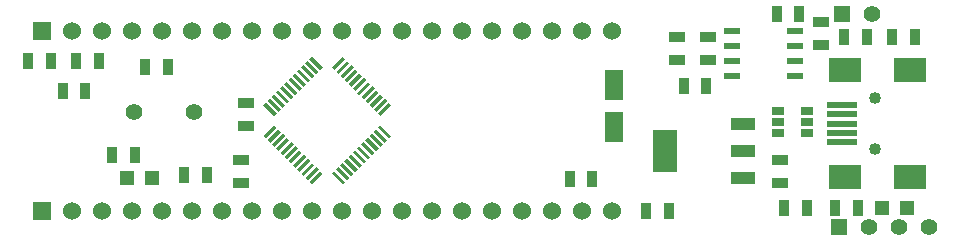
<source format=gts>
G04 (created by PCBNEW (2013-07-07 BZR 4022)-stable) date 08/01/2015 19:31:04*
%MOIN*%
G04 Gerber Fmt 3.4, Leading zero omitted, Abs format*
%FSLAX34Y34*%
G01*
G70*
G90*
G04 APERTURE LIST*
%ADD10C,0.00590551*%
%ADD11R,0.06X0.06*%
%ADD12C,0.06*%
%ADD13R,0.035X0.055*%
%ADD14R,0.055X0.035*%
%ADD15C,0.056*%
%ADD16R,0.08X0.144*%
%ADD17R,0.08X0.04*%
%ADD18R,0.0393701X0.0275591*%
%ADD19R,0.1X0.02*%
%ADD20R,0.11X0.0787402*%
%ADD21C,0.04*%
%ADD22R,0.0472X0.0472*%
%ADD23R,0.063X0.1024*%
%ADD24R,0.0551X0.0236*%
%ADD25R,0.055X0.055*%
%ADD26C,0.055*%
G04 APERTURE END LIST*
G54D10*
G54D11*
X44200Y-38000D03*
G54D12*
X49200Y-38000D03*
X50200Y-38000D03*
X51200Y-38000D03*
X52200Y-38000D03*
X53200Y-38000D03*
X54200Y-38000D03*
X55200Y-38000D03*
X56200Y-38000D03*
X57200Y-38000D03*
X58200Y-38000D03*
X59200Y-38000D03*
X60200Y-38000D03*
X61200Y-38000D03*
X62200Y-38000D03*
X45200Y-38000D03*
X46200Y-38000D03*
X47200Y-38000D03*
X48200Y-38000D03*
X63200Y-38000D03*
G54D11*
X44200Y-32000D03*
G54D12*
X49200Y-32000D03*
X50200Y-32000D03*
X51200Y-32000D03*
X52200Y-32000D03*
X53200Y-32000D03*
X54200Y-32000D03*
X55200Y-32000D03*
X56200Y-32000D03*
X57200Y-32000D03*
X58200Y-32000D03*
X59200Y-32000D03*
X60200Y-32000D03*
X61200Y-32000D03*
X62200Y-32000D03*
X45200Y-32000D03*
X46200Y-32000D03*
X47200Y-32000D03*
X48200Y-32000D03*
X63200Y-32000D03*
G54D13*
X72525Y-32200D03*
X73275Y-32200D03*
X46525Y-36150D03*
X47275Y-36150D03*
X44475Y-33000D03*
X43725Y-33000D03*
X47625Y-33200D03*
X48375Y-33200D03*
X46075Y-33000D03*
X45325Y-33000D03*
G54D14*
X51000Y-34425D03*
X51000Y-35175D03*
G54D15*
X47250Y-34700D03*
X49250Y-34700D03*
G54D16*
X64950Y-36000D03*
G54D17*
X67550Y-36000D03*
X67550Y-35100D03*
X67550Y-36900D03*
G54D18*
X68727Y-34675D03*
X68727Y-35050D03*
X68727Y-35424D03*
X69672Y-35424D03*
X69672Y-35050D03*
X69672Y-34675D03*
G54D13*
X69675Y-37900D03*
X68925Y-37900D03*
X64325Y-38000D03*
X65075Y-38000D03*
X70625Y-37900D03*
X71375Y-37900D03*
G54D14*
X68800Y-37075D03*
X68800Y-36325D03*
G54D13*
X49675Y-36800D03*
X48925Y-36800D03*
X70925Y-32200D03*
X71675Y-32200D03*
X44875Y-34000D03*
X45625Y-34000D03*
G54D14*
X50836Y-37069D03*
X50836Y-36319D03*
G54D13*
X66325Y-33850D03*
X65575Y-33850D03*
X61775Y-36950D03*
X62525Y-36950D03*
G54D19*
X70850Y-35729D03*
X70850Y-35414D03*
X70850Y-35100D03*
X70850Y-34785D03*
X70850Y-34470D03*
G54D20*
X73131Y-36871D03*
X73131Y-33328D03*
X70965Y-36871D03*
X70965Y-33328D03*
G54D21*
X71950Y-35950D03*
X71950Y-34250D03*
G54D22*
X47863Y-36900D03*
X47037Y-36900D03*
X72187Y-37900D03*
X73013Y-37900D03*
G54D23*
X63264Y-35233D03*
X63264Y-33815D03*
G54D10*
G36*
X51988Y-35932D02*
X52350Y-35570D01*
X52433Y-35654D01*
X52071Y-36016D01*
X51988Y-35932D01*
X51988Y-35932D01*
G37*
G36*
X52127Y-36071D02*
X52489Y-35709D01*
X52572Y-35793D01*
X52210Y-36155D01*
X52127Y-36071D01*
X52127Y-36071D01*
G37*
G36*
X52266Y-36211D02*
X52628Y-35849D01*
X52712Y-35932D01*
X52350Y-36294D01*
X52266Y-36211D01*
X52266Y-36211D01*
G37*
G36*
X52405Y-36349D02*
X52767Y-35987D01*
X52850Y-36071D01*
X52488Y-36433D01*
X52405Y-36349D01*
X52405Y-36349D01*
G37*
G36*
X52544Y-36489D02*
X52906Y-36127D01*
X52990Y-36210D01*
X52628Y-36572D01*
X52544Y-36489D01*
X52544Y-36489D01*
G37*
G36*
X51570Y-35514D02*
X51932Y-35152D01*
X52015Y-35236D01*
X51653Y-35598D01*
X51570Y-35514D01*
X51570Y-35514D01*
G37*
G36*
X51709Y-35654D02*
X52071Y-35292D01*
X52154Y-35375D01*
X51792Y-35737D01*
X51709Y-35654D01*
X51709Y-35654D01*
G37*
G36*
X51848Y-35793D02*
X52210Y-35431D01*
X52294Y-35514D01*
X51932Y-35876D01*
X51848Y-35793D01*
X51848Y-35793D01*
G37*
G36*
X53852Y-36767D02*
X53936Y-36684D01*
X54298Y-37046D01*
X54214Y-37129D01*
X53852Y-36767D01*
X53852Y-36767D01*
G37*
G36*
X53992Y-36628D02*
X54075Y-36545D01*
X54437Y-36907D01*
X54354Y-36990D01*
X53992Y-36628D01*
X53992Y-36628D01*
G37*
G36*
X54131Y-36489D02*
X54214Y-36405D01*
X54576Y-36767D01*
X54493Y-36851D01*
X54131Y-36489D01*
X54131Y-36489D01*
G37*
G36*
X54270Y-36349D02*
X54354Y-36266D01*
X54716Y-36628D01*
X54632Y-36711D01*
X54270Y-36349D01*
X54270Y-36349D01*
G37*
G36*
X54409Y-36210D02*
X54493Y-36127D01*
X54855Y-36489D01*
X54771Y-36572D01*
X54409Y-36210D01*
X54409Y-36210D01*
G37*
G36*
X54549Y-36071D02*
X54632Y-35987D01*
X54994Y-36349D01*
X54911Y-36433D01*
X54549Y-36071D01*
X54549Y-36071D01*
G37*
G36*
X54687Y-35932D02*
X54771Y-35849D01*
X55133Y-36211D01*
X55049Y-36294D01*
X54687Y-35932D01*
X54687Y-35932D01*
G37*
G36*
X54827Y-35793D02*
X54910Y-35709D01*
X55272Y-36071D01*
X55189Y-36155D01*
X54827Y-35793D01*
X54827Y-35793D01*
G37*
G36*
X55384Y-34763D02*
X55746Y-34401D01*
X55829Y-34485D01*
X55467Y-34847D01*
X55384Y-34763D01*
X55384Y-34763D01*
G37*
G36*
X55245Y-34624D02*
X55607Y-34262D01*
X55690Y-34345D01*
X55328Y-34707D01*
X55245Y-34624D01*
X55245Y-34624D01*
G37*
G36*
X55105Y-34485D02*
X55467Y-34123D01*
X55551Y-34206D01*
X55189Y-34568D01*
X55105Y-34485D01*
X55105Y-34485D01*
G37*
G36*
X54966Y-34345D02*
X55328Y-33983D01*
X55411Y-34067D01*
X55049Y-34429D01*
X54966Y-34345D01*
X54966Y-34345D01*
G37*
G36*
X54827Y-34206D02*
X55189Y-33844D01*
X55272Y-33928D01*
X54910Y-34290D01*
X54827Y-34206D01*
X54827Y-34206D01*
G37*
G36*
X54687Y-34067D02*
X55049Y-33705D01*
X55133Y-33788D01*
X54771Y-34150D01*
X54687Y-34067D01*
X54687Y-34067D01*
G37*
G36*
X54549Y-33928D02*
X54911Y-33566D01*
X54994Y-33650D01*
X54632Y-34012D01*
X54549Y-33928D01*
X54549Y-33928D01*
G37*
G36*
X54409Y-33789D02*
X54771Y-33427D01*
X54855Y-33510D01*
X54493Y-33872D01*
X54409Y-33789D01*
X54409Y-33789D01*
G37*
G36*
X53101Y-32953D02*
X53185Y-32870D01*
X53547Y-33232D01*
X53463Y-33315D01*
X53101Y-32953D01*
X53101Y-32953D01*
G37*
G36*
X52962Y-33092D02*
X53045Y-33009D01*
X53407Y-33371D01*
X53324Y-33454D01*
X52962Y-33092D01*
X52962Y-33092D01*
G37*
G36*
X52823Y-33232D02*
X52906Y-33148D01*
X53268Y-33510D01*
X53185Y-33594D01*
X52823Y-33232D01*
X52823Y-33232D01*
G37*
G36*
X52683Y-33371D02*
X52767Y-33288D01*
X53129Y-33650D01*
X53045Y-33733D01*
X52683Y-33371D01*
X52683Y-33371D01*
G37*
G36*
X52544Y-33510D02*
X52628Y-33427D01*
X52990Y-33789D01*
X52906Y-33872D01*
X52544Y-33510D01*
X52544Y-33510D01*
G37*
G36*
X52405Y-33650D02*
X52488Y-33566D01*
X52850Y-33928D01*
X52767Y-34012D01*
X52405Y-33650D01*
X52405Y-33650D01*
G37*
G36*
X52266Y-33788D02*
X52350Y-33705D01*
X52712Y-34067D01*
X52628Y-34150D01*
X52266Y-33788D01*
X52266Y-33788D01*
G37*
G36*
X52127Y-33928D02*
X52210Y-33844D01*
X52572Y-34206D01*
X52489Y-34290D01*
X52127Y-33928D01*
X52127Y-33928D01*
G37*
G36*
X52683Y-36628D02*
X53045Y-36266D01*
X53129Y-36349D01*
X52767Y-36711D01*
X52683Y-36628D01*
X52683Y-36628D01*
G37*
G36*
X52823Y-36767D02*
X53185Y-36405D01*
X53268Y-36489D01*
X52906Y-36851D01*
X52823Y-36767D01*
X52823Y-36767D01*
G37*
G36*
X52962Y-36907D02*
X53324Y-36545D01*
X53407Y-36628D01*
X53045Y-36990D01*
X52962Y-36907D01*
X52962Y-36907D01*
G37*
G36*
X53101Y-37046D02*
X53463Y-36684D01*
X53547Y-36767D01*
X53185Y-37129D01*
X53101Y-37046D01*
X53101Y-37046D01*
G37*
G36*
X54966Y-35654D02*
X55049Y-35570D01*
X55411Y-35932D01*
X55328Y-36016D01*
X54966Y-35654D01*
X54966Y-35654D01*
G37*
G36*
X55105Y-35514D02*
X55189Y-35431D01*
X55551Y-35793D01*
X55467Y-35876D01*
X55105Y-35514D01*
X55105Y-35514D01*
G37*
G36*
X55245Y-35375D02*
X55328Y-35292D01*
X55690Y-35654D01*
X55607Y-35737D01*
X55245Y-35375D01*
X55245Y-35375D01*
G37*
G36*
X55384Y-35236D02*
X55467Y-35152D01*
X55829Y-35514D01*
X55746Y-35598D01*
X55384Y-35236D01*
X55384Y-35236D01*
G37*
G36*
X54270Y-33650D02*
X54632Y-33288D01*
X54716Y-33371D01*
X54354Y-33733D01*
X54270Y-33650D01*
X54270Y-33650D01*
G37*
G36*
X54131Y-33510D02*
X54493Y-33148D01*
X54576Y-33232D01*
X54214Y-33594D01*
X54131Y-33510D01*
X54131Y-33510D01*
G37*
G36*
X53992Y-33371D02*
X54354Y-33009D01*
X54437Y-33092D01*
X54075Y-33454D01*
X53992Y-33371D01*
X53992Y-33371D01*
G37*
G36*
X53852Y-33232D02*
X54214Y-32870D01*
X54298Y-32953D01*
X53936Y-33315D01*
X53852Y-33232D01*
X53852Y-33232D01*
G37*
G36*
X51988Y-34067D02*
X52071Y-33983D01*
X52433Y-34345D01*
X52350Y-34429D01*
X51988Y-34067D01*
X51988Y-34067D01*
G37*
G36*
X51848Y-34206D02*
X51932Y-34123D01*
X52294Y-34485D01*
X52210Y-34568D01*
X51848Y-34206D01*
X51848Y-34206D01*
G37*
G36*
X51709Y-34345D02*
X51792Y-34262D01*
X52154Y-34624D01*
X52071Y-34707D01*
X51709Y-34345D01*
X51709Y-34345D01*
G37*
G36*
X51570Y-34485D02*
X51653Y-34401D01*
X52015Y-34763D01*
X51932Y-34847D01*
X51570Y-34485D01*
X51570Y-34485D01*
G37*
G54D24*
X69300Y-32000D03*
X67200Y-32000D03*
X69300Y-32500D03*
X69300Y-33000D03*
X69300Y-33500D03*
X67200Y-32500D03*
X67200Y-33000D03*
X67200Y-33500D03*
G54D14*
X65350Y-32975D03*
X65350Y-32225D03*
X66400Y-32225D03*
X66400Y-32975D03*
G54D13*
X69425Y-31450D03*
X68675Y-31450D03*
G54D14*
X70150Y-31725D03*
X70150Y-32475D03*
G54D25*
X70750Y-38550D03*
G54D26*
X71750Y-38550D03*
X72750Y-38550D03*
X73750Y-38550D03*
G54D25*
X70850Y-31450D03*
G54D26*
X71850Y-31450D03*
M02*

</source>
